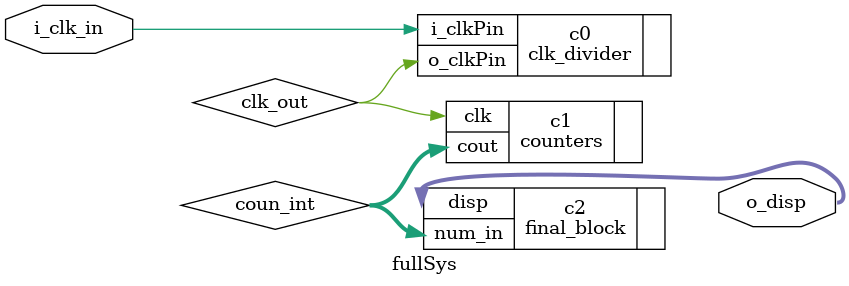
<source format=v>
module fullSys (
	input i_clk_in,
	output wire[6:0] o_disp);
	
	wire clk_out;
	wire[3:0] coun_int;
	
	clk_divider c0 (.i_clkPin(i_clk_in), .o_clkPin(clk_out));
	counters c1 (.clk(clk_out), .cout(coun_int));
	final_block c2 (.num_in(coun_int), .disp(o_disp));
	
endmodule

</source>
